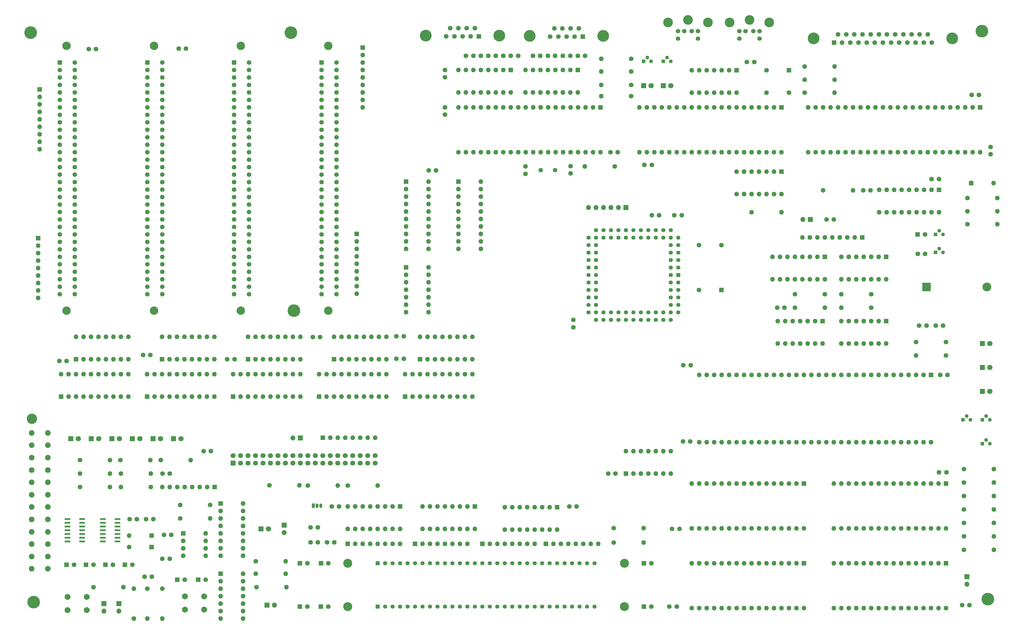
<source format=gts>
G04 #@! TF.GenerationSoftware,KiCad,Pcbnew,(5.1.10)-1*
G04 #@! TF.CreationDate,2021-09-08T15:57:07+01:00*
G04 #@! TF.ProjectId,yddraig,79646472-6169-4672-9e6b-696361645f70,rev?*
G04 #@! TF.SameCoordinates,Original*
G04 #@! TF.FileFunction,Soldermask,Top*
G04 #@! TF.FilePolarity,Negative*
%FSLAX46Y46*%
G04 Gerber Fmt 4.6, Leading zero omitted, Abs format (unit mm)*
G04 Created by KiCad (PCBNEW (5.1.10)-1) date 2021-09-08 15:57:07*
%MOMM*%
%LPD*%
G01*
G04 APERTURE LIST*
%ADD10O,1.600000X1.600000*%
%ADD11C,1.600000*%
%ADD12R,1.050000X1.500000*%
%ADD13O,1.050000X1.500000*%
%ADD14C,2.000000*%
%ADD15R,1.600000X1.600000*%
%ADD16C,3.048000*%
%ADD17C,1.397000*%
%ADD18R,1.397000X1.397000*%
%ADD19C,4.300000*%
%ADD20R,3.000000X3.000000*%
%ADD21C,3.000000*%
%ADD22C,1.422400*%
%ADD23R,1.422400X1.422400*%
%ADD24C,2.850000*%
%ADD25C,1.550000*%
%ADD26C,1.500000*%
%ADD27R,1.300000X1.300000*%
%ADD28C,1.300000*%
%ADD29C,1.700000*%
%ADD30O,1.700000X1.700000*%
%ADD31R,1.700000X1.700000*%
%ADD32C,4.000000*%
%ADD33C,3.300000*%
%ADD34C,1.524000*%
%ADD35C,3.505200*%
%ADD36C,1.905000*%
%ADD37C,1.800000*%
%ADD38R,1.800000X1.800000*%
G04 APERTURE END LIST*
D10*
X156760000Y-205700000D03*
D11*
X146600000Y-205700000D03*
D12*
X161560000Y-212600000D03*
D13*
X164100000Y-212600000D03*
X162830000Y-212600000D03*
D14*
X124460000Y-243404000D03*
X124460000Y-247904000D03*
X117960000Y-243404000D03*
X117960000Y-247904000D03*
X84582000Y-243586000D03*
X84582000Y-248086000D03*
X78082000Y-243586000D03*
X78082000Y-248086000D03*
D11*
X112736000Y-230632000D03*
X110236000Y-230632000D03*
D10*
X387985000Y-92456000D03*
X329565000Y-77216000D03*
X385445000Y-92456000D03*
X332105000Y-77216000D03*
X382905000Y-92456000D03*
X334645000Y-77216000D03*
X380365000Y-92456000D03*
X337185000Y-77216000D03*
X377825000Y-92456000D03*
X339725000Y-77216000D03*
X375285000Y-92456000D03*
X342265000Y-77216000D03*
X372745000Y-92456000D03*
X344805000Y-77216000D03*
X370205000Y-92456000D03*
X347345000Y-77216000D03*
X367665000Y-92456000D03*
X349885000Y-77216000D03*
X365125000Y-92456000D03*
X352425000Y-77216000D03*
X362585000Y-92456000D03*
X354965000Y-77216000D03*
X360045000Y-92456000D03*
X357505000Y-77216000D03*
X357505000Y-92456000D03*
X360045000Y-77216000D03*
X354965000Y-92456000D03*
X362585000Y-77216000D03*
X352425000Y-92456000D03*
X365125000Y-77216000D03*
X349885000Y-92456000D03*
X367665000Y-77216000D03*
X347345000Y-92456000D03*
X370205000Y-77216000D03*
X344805000Y-92456000D03*
X372745000Y-77216000D03*
X342265000Y-92456000D03*
X375285000Y-77216000D03*
X339725000Y-92456000D03*
X377825000Y-77216000D03*
X337185000Y-92456000D03*
X380365000Y-77216000D03*
X334645000Y-92456000D03*
X382905000Y-77216000D03*
X332105000Y-92456000D03*
X385445000Y-77216000D03*
X329565000Y-92456000D03*
D15*
X387985000Y-77216000D03*
D16*
X173228000Y-232156000D03*
X267208000Y-232156000D03*
D17*
X257048000Y-232156000D03*
X254508000Y-232156000D03*
X251968000Y-232156000D03*
X249428000Y-232156000D03*
X246888000Y-232156000D03*
X244348000Y-232156000D03*
X241808000Y-232156000D03*
X239268000Y-232156000D03*
X236728000Y-232156000D03*
X234188000Y-232156000D03*
X231648000Y-232156000D03*
X229108000Y-232156000D03*
X226568000Y-232156000D03*
X224028000Y-232156000D03*
X221488000Y-232156000D03*
X218948000Y-232156000D03*
X216408000Y-232156000D03*
X213868000Y-232156000D03*
X211328000Y-232156000D03*
X208788000Y-232156000D03*
X206248000Y-232156000D03*
X203708000Y-232156000D03*
X201168000Y-232156000D03*
X198628000Y-232156000D03*
X196088000Y-232156000D03*
X193548000Y-232156000D03*
X191008000Y-232156000D03*
X188468000Y-232156000D03*
X185928000Y-232156000D03*
D18*
X183388000Y-232156000D03*
D11*
X375434000Y-151384000D03*
X372934000Y-151384000D03*
X369784000Y-151384000D03*
X367284000Y-151384000D03*
D10*
X183388000Y-205740000D03*
D11*
X173228000Y-205740000D03*
D10*
X191008000Y-225552000D03*
X188468000Y-225552000D03*
X185928000Y-225552000D03*
X183388000Y-225552000D03*
X180848000Y-225552000D03*
X178308000Y-225552000D03*
X175768000Y-225552000D03*
D15*
X173228000Y-225552000D03*
D10*
X258318000Y-225552000D03*
X255778000Y-225552000D03*
X253238000Y-225552000D03*
X250698000Y-225552000D03*
X248158000Y-225552000D03*
X245618000Y-225552000D03*
X243078000Y-225552000D03*
D15*
X240538000Y-225552000D03*
D10*
X213868000Y-225552000D03*
X211328000Y-225552000D03*
X208788000Y-225552000D03*
X206248000Y-225552000D03*
X203708000Y-225552000D03*
X201168000Y-225552000D03*
X198628000Y-225552000D03*
D15*
X196088000Y-225552000D03*
D10*
X236728000Y-225552000D03*
X234188000Y-225552000D03*
X231648000Y-225552000D03*
X229108000Y-225552000D03*
X226568000Y-225552000D03*
X224028000Y-225552000D03*
X221488000Y-225552000D03*
D15*
X218948000Y-225552000D03*
D10*
X110236000Y-206248000D03*
X112776000Y-206248000D03*
X115316000Y-206248000D03*
X117856000Y-206248000D03*
X120396000Y-206248000D03*
X122936000Y-206248000D03*
X125476000Y-206248000D03*
D15*
X128016000Y-206248000D03*
D10*
X182499000Y-189484000D03*
X179959000Y-189484000D03*
X177419000Y-189484000D03*
X174879000Y-189484000D03*
X172339000Y-189484000D03*
X169799000Y-189484000D03*
X167259000Y-189484000D03*
D15*
X164719000Y-189484000D03*
D11*
X246293000Y-59690000D03*
X248793000Y-59690000D03*
D19*
X153924000Y-51816000D03*
X154940000Y-146304000D03*
X388620000Y-51308000D03*
X390652000Y-244348000D03*
X66548000Y-245364000D03*
X65532000Y-51816000D03*
D10*
X356108000Y-157480000D03*
X340868000Y-149860000D03*
X353568000Y-157480000D03*
X343408000Y-149860000D03*
X351028000Y-157480000D03*
X345948000Y-149860000D03*
X348488000Y-157480000D03*
X348488000Y-149860000D03*
X345948000Y-157480000D03*
X351028000Y-149860000D03*
X343408000Y-157480000D03*
X353568000Y-149860000D03*
X340868000Y-157480000D03*
D15*
X356108000Y-149860000D03*
D10*
X334518000Y-157480000D03*
X319278000Y-149860000D03*
X331978000Y-157480000D03*
X321818000Y-149860000D03*
X329438000Y-157480000D03*
X324358000Y-149860000D03*
X326898000Y-157480000D03*
X326898000Y-149860000D03*
X324358000Y-157480000D03*
X329438000Y-149860000D03*
X321818000Y-157480000D03*
X331978000Y-149860000D03*
X319278000Y-157480000D03*
D15*
X334518000Y-149860000D03*
D10*
X320548000Y-106680000D03*
X305308000Y-99060000D03*
X318008000Y-106680000D03*
X307848000Y-99060000D03*
X315468000Y-106680000D03*
X310388000Y-99060000D03*
X312928000Y-106680000D03*
X312928000Y-99060000D03*
X310388000Y-106680000D03*
X315468000Y-99060000D03*
X307848000Y-106680000D03*
X318008000Y-99060000D03*
X305308000Y-106680000D03*
D15*
X320548000Y-99060000D03*
D10*
X169799000Y-205740000D03*
D11*
X159639000Y-205740000D03*
D20*
X369781000Y-138303000D03*
D21*
X390271000Y-138303000D03*
D10*
X273685000Y-225171000D03*
D11*
X263525000Y-225171000D03*
D22*
X280416000Y-149479000D03*
X277876000Y-149479000D03*
X275336000Y-149479000D03*
X272796000Y-149479000D03*
X270256000Y-149479000D03*
X267716000Y-149479000D03*
X265176000Y-149479000D03*
X262636000Y-149479000D03*
X260096000Y-149479000D03*
X257556000Y-149479000D03*
X280416000Y-146939000D03*
X277876000Y-146939000D03*
X275336000Y-146939000D03*
X272796000Y-146939000D03*
X270256000Y-146939000D03*
X267716000Y-146939000D03*
X265176000Y-146939000D03*
X262636000Y-146939000D03*
X260096000Y-146939000D03*
X257556000Y-146939000D03*
X255016000Y-146939000D03*
X255016000Y-144399000D03*
X255016000Y-141859000D03*
X255016000Y-139319000D03*
X255016000Y-136779000D03*
X255016000Y-134239000D03*
X255016000Y-131699000D03*
X255016000Y-129159000D03*
X255016000Y-126619000D03*
X255016000Y-124079000D03*
X255016000Y-121539000D03*
X257556000Y-144399000D03*
X257556000Y-141859000D03*
X257556000Y-139319000D03*
X257556000Y-136779000D03*
X257556000Y-134239000D03*
X257556000Y-131699000D03*
X257556000Y-129159000D03*
X257556000Y-126619000D03*
X257556000Y-124079000D03*
X257556000Y-121539000D03*
X257556000Y-118999000D03*
X260096000Y-118999000D03*
X262636000Y-118999000D03*
X265176000Y-118999000D03*
X267716000Y-118999000D03*
X270256000Y-118999000D03*
X272796000Y-118999000D03*
X275336000Y-118999000D03*
X277876000Y-118999000D03*
X280416000Y-118999000D03*
X282956000Y-118999000D03*
X260096000Y-121539000D03*
X262636000Y-121539000D03*
X265176000Y-121539000D03*
X267716000Y-121539000D03*
X270256000Y-121539000D03*
X272796000Y-121539000D03*
X275336000Y-121539000D03*
X277876000Y-121539000D03*
X280416000Y-121539000D03*
X282956000Y-121539000D03*
X285496000Y-146939000D03*
X285496000Y-144399000D03*
X285496000Y-141859000D03*
X285496000Y-139319000D03*
X285496000Y-136779000D03*
X285496000Y-121539000D03*
X285496000Y-124079000D03*
X285496000Y-126619000D03*
X285496000Y-129159000D03*
X285496000Y-131699000D03*
D23*
X285496000Y-134239000D03*
D22*
X282956000Y-149479000D03*
X282956000Y-146939000D03*
X282956000Y-144399000D03*
X282956000Y-141859000D03*
X282956000Y-139319000D03*
X282956000Y-136779000D03*
X282956000Y-124079000D03*
X282956000Y-126619000D03*
X282956000Y-129159000D03*
X282956000Y-131699000D03*
X282956000Y-134239000D03*
D10*
X320548000Y-92456000D03*
X272288000Y-77216000D03*
X318008000Y-92456000D03*
X274828000Y-77216000D03*
X315468000Y-92456000D03*
X277368000Y-77216000D03*
X312928000Y-92456000D03*
X279908000Y-77216000D03*
X310388000Y-92456000D03*
X282448000Y-77216000D03*
X307848000Y-92456000D03*
X284988000Y-77216000D03*
X305308000Y-92456000D03*
X287528000Y-77216000D03*
X302768000Y-92456000D03*
X290068000Y-77216000D03*
X300228000Y-92456000D03*
X292608000Y-77216000D03*
X297688000Y-92456000D03*
X295148000Y-77216000D03*
X295148000Y-92456000D03*
X297688000Y-77216000D03*
X292608000Y-92456000D03*
X300228000Y-77216000D03*
X290068000Y-92456000D03*
X302768000Y-77216000D03*
X287528000Y-92456000D03*
X305308000Y-77216000D03*
X284988000Y-92456000D03*
X307848000Y-77216000D03*
X282448000Y-92456000D03*
X310388000Y-77216000D03*
X279908000Y-92456000D03*
X312928000Y-77216000D03*
X277368000Y-92456000D03*
X315468000Y-77216000D03*
X274828000Y-92456000D03*
X318008000Y-77216000D03*
X272288000Y-92456000D03*
D15*
X320548000Y-77216000D03*
D24*
X166578000Y-146346000D03*
X166578000Y-56346000D03*
D25*
X169418000Y-140716000D03*
X169418000Y-138176000D03*
X169418000Y-135636000D03*
X169418000Y-133096000D03*
X169418000Y-130556000D03*
X169418000Y-128016000D03*
X169418000Y-125476000D03*
X169418000Y-122936000D03*
X169418000Y-120396000D03*
X169418000Y-117856000D03*
X169418000Y-115316000D03*
X169418000Y-112776000D03*
X169418000Y-110236000D03*
X169418000Y-107696000D03*
X169418000Y-105156000D03*
X169418000Y-102616000D03*
X169418000Y-100076000D03*
X169418000Y-97536000D03*
X169418000Y-94996000D03*
X169418000Y-92456000D03*
X169418000Y-89916000D03*
X169418000Y-87376000D03*
X169418000Y-84836000D03*
X169418000Y-82296000D03*
X169418000Y-79756000D03*
X169418000Y-77216000D03*
X169418000Y-74676000D03*
X169418000Y-72136000D03*
X169418000Y-69596000D03*
X169418000Y-67056000D03*
X169418000Y-64516000D03*
X169418000Y-61976000D03*
X164338000Y-140716000D03*
X164338000Y-138176000D03*
X164338000Y-135636000D03*
X164338000Y-133096000D03*
X164338000Y-130556000D03*
X164338000Y-128016000D03*
X164338000Y-125476000D03*
X164338000Y-122936000D03*
X164338000Y-120396000D03*
X164338000Y-117856000D03*
X164338000Y-115316000D03*
X164338000Y-112776000D03*
X164338000Y-110236000D03*
X164338000Y-107696000D03*
X164338000Y-105156000D03*
X164338000Y-102616000D03*
X164338000Y-100076000D03*
X164338000Y-97536000D03*
X164338000Y-94996000D03*
X164338000Y-92456000D03*
X164338000Y-89916000D03*
X164338000Y-87376000D03*
X164338000Y-84836000D03*
X164338000Y-82296000D03*
X164338000Y-79756000D03*
X164338000Y-77216000D03*
X164338000Y-74676000D03*
X164338000Y-72136000D03*
X164338000Y-69596000D03*
X164338000Y-67056000D03*
X164338000Y-64516000D03*
G36*
G01*
X163563000Y-62501002D02*
X163563000Y-61450998D01*
G75*
G02*
X163812998Y-61201000I249998J0D01*
G01*
X164863002Y-61201000D01*
G75*
G02*
X165113000Y-61450998I0J-249998D01*
G01*
X165113000Y-62501002D01*
G75*
G02*
X164863002Y-62751000I-249998J0D01*
G01*
X163812998Y-62751000D01*
G75*
G02*
X163563000Y-62501002I0J249998D01*
G01*
G37*
D10*
X328168000Y-247396000D03*
X290068000Y-232156000D03*
X325628000Y-247396000D03*
X292608000Y-232156000D03*
X323088000Y-247396000D03*
X295148000Y-232156000D03*
X320548000Y-247396000D03*
X297688000Y-232156000D03*
X318008000Y-247396000D03*
X300228000Y-232156000D03*
X315468000Y-247396000D03*
X302768000Y-232156000D03*
X312928000Y-247396000D03*
X305308000Y-232156000D03*
X310388000Y-247396000D03*
X307848000Y-232156000D03*
X307848000Y-247396000D03*
X310388000Y-232156000D03*
X305308000Y-247396000D03*
X312928000Y-232156000D03*
X302768000Y-247396000D03*
X315468000Y-232156000D03*
X300228000Y-247396000D03*
X318008000Y-232156000D03*
X297688000Y-247396000D03*
X320548000Y-232156000D03*
X295148000Y-247396000D03*
X323088000Y-232156000D03*
X292608000Y-247396000D03*
X325628000Y-232156000D03*
X290068000Y-247396000D03*
D15*
X328168000Y-232156000D03*
G36*
G01*
X133845000Y-62501002D02*
X133845000Y-61450998D01*
G75*
G02*
X134094998Y-61201000I249998J0D01*
G01*
X135145002Y-61201000D01*
G75*
G02*
X135395000Y-61450998I0J-249998D01*
G01*
X135395000Y-62501002D01*
G75*
G02*
X135145002Y-62751000I-249998J0D01*
G01*
X134094998Y-62751000D01*
G75*
G02*
X133845000Y-62501002I0J249998D01*
G01*
G37*
D25*
X134620000Y-64516000D03*
X134620000Y-67056000D03*
X134620000Y-69596000D03*
X134620000Y-72136000D03*
X134620000Y-74676000D03*
X134620000Y-77216000D03*
X134620000Y-79756000D03*
X134620000Y-82296000D03*
X134620000Y-84836000D03*
X134620000Y-87376000D03*
X134620000Y-89916000D03*
X134620000Y-92456000D03*
X134620000Y-94996000D03*
X134620000Y-97536000D03*
X134620000Y-100076000D03*
X134620000Y-102616000D03*
X134620000Y-105156000D03*
X134620000Y-107696000D03*
X134620000Y-110236000D03*
X134620000Y-112776000D03*
X134620000Y-115316000D03*
X134620000Y-117856000D03*
X134620000Y-120396000D03*
X134620000Y-122936000D03*
X134620000Y-125476000D03*
X134620000Y-128016000D03*
X134620000Y-130556000D03*
X134620000Y-133096000D03*
X134620000Y-135636000D03*
X134620000Y-138176000D03*
X134620000Y-140716000D03*
X139700000Y-61976000D03*
X139700000Y-64516000D03*
X139700000Y-67056000D03*
X139700000Y-69596000D03*
X139700000Y-72136000D03*
X139700000Y-74676000D03*
X139700000Y-77216000D03*
X139700000Y-79756000D03*
X139700000Y-82296000D03*
X139700000Y-84836000D03*
X139700000Y-87376000D03*
X139700000Y-89916000D03*
X139700000Y-92456000D03*
X139700000Y-94996000D03*
X139700000Y-97536000D03*
X139700000Y-100076000D03*
X139700000Y-102616000D03*
X139700000Y-105156000D03*
X139700000Y-107696000D03*
X139700000Y-110236000D03*
X139700000Y-112776000D03*
X139700000Y-115316000D03*
X139700000Y-117856000D03*
X139700000Y-120396000D03*
X139700000Y-122936000D03*
X139700000Y-125476000D03*
X139700000Y-128016000D03*
X139700000Y-130556000D03*
X139700000Y-133096000D03*
X139700000Y-135636000D03*
X139700000Y-138176000D03*
X139700000Y-140716000D03*
D24*
X136860000Y-56346000D03*
X136860000Y-146346000D03*
X107396000Y-146346000D03*
X107396000Y-56346000D03*
D25*
X110236000Y-140716000D03*
X110236000Y-138176000D03*
X110236000Y-135636000D03*
X110236000Y-133096000D03*
X110236000Y-130556000D03*
X110236000Y-128016000D03*
X110236000Y-125476000D03*
X110236000Y-122936000D03*
X110236000Y-120396000D03*
X110236000Y-117856000D03*
X110236000Y-115316000D03*
X110236000Y-112776000D03*
X110236000Y-110236000D03*
X110236000Y-107696000D03*
X110236000Y-105156000D03*
X110236000Y-102616000D03*
X110236000Y-100076000D03*
X110236000Y-97536000D03*
X110236000Y-94996000D03*
X110236000Y-92456000D03*
X110236000Y-89916000D03*
X110236000Y-87376000D03*
X110236000Y-84836000D03*
X110236000Y-82296000D03*
X110236000Y-79756000D03*
X110236000Y-77216000D03*
X110236000Y-74676000D03*
X110236000Y-72136000D03*
X110236000Y-69596000D03*
X110236000Y-67056000D03*
X110236000Y-64516000D03*
X110236000Y-61976000D03*
X105156000Y-140716000D03*
X105156000Y-138176000D03*
X105156000Y-135636000D03*
X105156000Y-133096000D03*
X105156000Y-130556000D03*
X105156000Y-128016000D03*
X105156000Y-125476000D03*
X105156000Y-122936000D03*
X105156000Y-120396000D03*
X105156000Y-117856000D03*
X105156000Y-115316000D03*
X105156000Y-112776000D03*
X105156000Y-110236000D03*
X105156000Y-107696000D03*
X105156000Y-105156000D03*
X105156000Y-102616000D03*
X105156000Y-100076000D03*
X105156000Y-97536000D03*
X105156000Y-94996000D03*
X105156000Y-92456000D03*
X105156000Y-89916000D03*
X105156000Y-87376000D03*
X105156000Y-84836000D03*
X105156000Y-82296000D03*
X105156000Y-79756000D03*
X105156000Y-77216000D03*
X105156000Y-74676000D03*
X105156000Y-72136000D03*
X105156000Y-69596000D03*
X105156000Y-67056000D03*
X105156000Y-64516000D03*
G36*
G01*
X104381000Y-62501002D02*
X104381000Y-61450998D01*
G75*
G02*
X104630998Y-61201000I249998J0D01*
G01*
X105681002Y-61201000D01*
G75*
G02*
X105931000Y-61450998I0J-249998D01*
G01*
X105931000Y-62501002D01*
G75*
G02*
X105681002Y-62751000I-249998J0D01*
G01*
X104630998Y-62751000D01*
G75*
G02*
X104381000Y-62501002I0J249998D01*
G01*
G37*
D10*
X376428000Y-220345000D03*
X338328000Y-205105000D03*
X373888000Y-220345000D03*
X340868000Y-205105000D03*
X371348000Y-220345000D03*
X343408000Y-205105000D03*
X368808000Y-220345000D03*
X345948000Y-205105000D03*
X366268000Y-220345000D03*
X348488000Y-205105000D03*
X363728000Y-220345000D03*
X351028000Y-205105000D03*
X361188000Y-220345000D03*
X353568000Y-205105000D03*
X358648000Y-220345000D03*
X356108000Y-205105000D03*
X356108000Y-220345000D03*
X358648000Y-205105000D03*
X353568000Y-220345000D03*
X361188000Y-205105000D03*
X351028000Y-220345000D03*
X363728000Y-205105000D03*
X348488000Y-220345000D03*
X366268000Y-205105000D03*
X345948000Y-220345000D03*
X368808000Y-205105000D03*
X343408000Y-220345000D03*
X371348000Y-205105000D03*
X340868000Y-220345000D03*
X373888000Y-205105000D03*
X338328000Y-220345000D03*
D15*
X376428000Y-205105000D03*
D10*
X200660000Y-131572000D03*
X193040000Y-146812000D03*
X200660000Y-134112000D03*
X193040000Y-144272000D03*
X200660000Y-136652000D03*
X193040000Y-141732000D03*
X200660000Y-139192000D03*
X193040000Y-139192000D03*
X200660000Y-141732000D03*
X193040000Y-136652000D03*
X200660000Y-144272000D03*
X193040000Y-134112000D03*
X200660000Y-146812000D03*
D15*
X193040000Y-131572000D03*
G36*
G01*
X94018000Y-217320000D02*
X94018000Y-217020000D01*
G75*
G02*
X94168000Y-216870000I150000J0D01*
G01*
X95818000Y-216870000D01*
G75*
G02*
X95968000Y-217020000I0J-150000D01*
G01*
X95968000Y-217320000D01*
G75*
G02*
X95818000Y-217470000I-150000J0D01*
G01*
X94168000Y-217470000D01*
G75*
G02*
X94018000Y-217320000I0J150000D01*
G01*
G37*
G36*
G01*
X94018000Y-218590000D02*
X94018000Y-218290000D01*
G75*
G02*
X94168000Y-218140000I150000J0D01*
G01*
X95818000Y-218140000D01*
G75*
G02*
X95968000Y-218290000I0J-150000D01*
G01*
X95968000Y-218590000D01*
G75*
G02*
X95818000Y-218740000I-150000J0D01*
G01*
X94168000Y-218740000D01*
G75*
G02*
X94018000Y-218590000I0J150000D01*
G01*
G37*
G36*
G01*
X94018000Y-219860000D02*
X94018000Y-219560000D01*
G75*
G02*
X94168000Y-219410000I150000J0D01*
G01*
X95818000Y-219410000D01*
G75*
G02*
X95968000Y-219560000I0J-150000D01*
G01*
X95968000Y-219860000D01*
G75*
G02*
X95818000Y-220010000I-150000J0D01*
G01*
X94168000Y-220010000D01*
G75*
G02*
X94018000Y-219860000I0J150000D01*
G01*
G37*
G36*
G01*
X94018000Y-221130000D02*
X94018000Y-220830000D01*
G75*
G02*
X94168000Y-220680000I150000J0D01*
G01*
X95818000Y-220680000D01*
G75*
G02*
X95968000Y-220830000I0J-150000D01*
G01*
X95968000Y-221130000D01*
G75*
G02*
X95818000Y-221280000I-150000J0D01*
G01*
X94168000Y-221280000D01*
G75*
G02*
X94018000Y-221130000I0J150000D01*
G01*
G37*
G36*
G01*
X94018000Y-222400000D02*
X94018000Y-222100000D01*
G75*
G02*
X94168000Y-221950000I150000J0D01*
G01*
X95818000Y-221950000D01*
G75*
G02*
X95968000Y-222100000I0J-150000D01*
G01*
X95968000Y-222400000D01*
G75*
G02*
X95818000Y-222550000I-150000J0D01*
G01*
X94168000Y-222550000D01*
G75*
G02*
X94018000Y-222400000I0J150000D01*
G01*
G37*
G36*
G01*
X94018000Y-223670000D02*
X94018000Y-223370000D01*
G75*
G02*
X94168000Y-223220000I150000J0D01*
G01*
X95818000Y-223220000D01*
G75*
G02*
X95968000Y-223370000I0J-150000D01*
G01*
X95968000Y-223670000D01*
G75*
G02*
X95818000Y-223820000I-150000J0D01*
G01*
X94168000Y-223820000D01*
G75*
G02*
X94018000Y-223670000I0J150000D01*
G01*
G37*
G36*
G01*
X94018000Y-224940000D02*
X94018000Y-224640000D01*
G75*
G02*
X94168000Y-224490000I150000J0D01*
G01*
X95818000Y-224490000D01*
G75*
G02*
X95968000Y-224640000I0J-150000D01*
G01*
X95968000Y-224940000D01*
G75*
G02*
X95818000Y-225090000I-150000J0D01*
G01*
X94168000Y-225090000D01*
G75*
G02*
X94018000Y-224940000I0J150000D01*
G01*
G37*
G36*
G01*
X89068000Y-224940000D02*
X89068000Y-224640000D01*
G75*
G02*
X89218000Y-224490000I150000J0D01*
G01*
X90868000Y-224490000D01*
G75*
G02*
X91018000Y-224640000I0J-150000D01*
G01*
X91018000Y-224940000D01*
G75*
G02*
X90868000Y-225090000I-150000J0D01*
G01*
X89218000Y-225090000D01*
G75*
G02*
X89068000Y-224940000I0J150000D01*
G01*
G37*
G36*
G01*
X89068000Y-223670000D02*
X89068000Y-223370000D01*
G75*
G02*
X89218000Y-223220000I150000J0D01*
G01*
X90868000Y-223220000D01*
G75*
G02*
X91018000Y-223370000I0J-150000D01*
G01*
X91018000Y-223670000D01*
G75*
G02*
X90868000Y-223820000I-150000J0D01*
G01*
X89218000Y-223820000D01*
G75*
G02*
X89068000Y-223670000I0J150000D01*
G01*
G37*
G36*
G01*
X89068000Y-222400000D02*
X89068000Y-222100000D01*
G75*
G02*
X89218000Y-221950000I150000J0D01*
G01*
X90868000Y-221950000D01*
G75*
G02*
X91018000Y-222100000I0J-150000D01*
G01*
X91018000Y-222400000D01*
G75*
G02*
X90868000Y-222550000I-150000J0D01*
G01*
X89218000Y-222550000D01*
G75*
G02*
X89068000Y-222400000I0J150000D01*
G01*
G37*
G36*
G01*
X89068000Y-221130000D02*
X89068000Y-220830000D01*
G75*
G02*
X89218000Y-220680000I150000J0D01*
G01*
X90868000Y-220680000D01*
G75*
G02*
X91018000Y-220830000I0J-150000D01*
G01*
X91018000Y-221130000D01*
G75*
G02*
X90868000Y-221280000I-150000J0D01*
G01*
X89218000Y-221280000D01*
G75*
G02*
X89068000Y-221130000I0J150000D01*
G01*
G37*
G36*
G01*
X89068000Y-219860000D02*
X89068000Y-219560000D01*
G75*
G02*
X89218000Y-219410000I150000J0D01*
G01*
X90868000Y-219410000D01*
G75*
G02*
X91018000Y-219560000I0J-150000D01*
G01*
X91018000Y-219860000D01*
G75*
G02*
X90868000Y-220010000I-150000J0D01*
G01*
X89218000Y-220010000D01*
G75*
G02*
X89068000Y-219860000I0J150000D01*
G01*
G37*
G36*
G01*
X89068000Y-218590000D02*
X89068000Y-218290000D01*
G75*
G02*
X89218000Y-218140000I150000J0D01*
G01*
X90868000Y-218140000D01*
G75*
G02*
X91018000Y-218290000I0J-150000D01*
G01*
X91018000Y-218590000D01*
G75*
G02*
X90868000Y-218740000I-150000J0D01*
G01*
X89218000Y-218740000D01*
G75*
G02*
X89068000Y-218590000I0J150000D01*
G01*
G37*
G36*
G01*
X89068000Y-217320000D02*
X89068000Y-217020000D01*
G75*
G02*
X89218000Y-216870000I150000J0D01*
G01*
X90868000Y-216870000D01*
G75*
G02*
X91018000Y-217020000I0J-150000D01*
G01*
X91018000Y-217320000D01*
G75*
G02*
X90868000Y-217470000I-150000J0D01*
G01*
X89218000Y-217470000D01*
G75*
G02*
X89068000Y-217320000I0J150000D01*
G01*
G37*
G36*
G01*
X82018000Y-217320000D02*
X82018000Y-217020000D01*
G75*
G02*
X82168000Y-216870000I150000J0D01*
G01*
X83818000Y-216870000D01*
G75*
G02*
X83968000Y-217020000I0J-150000D01*
G01*
X83968000Y-217320000D01*
G75*
G02*
X83818000Y-217470000I-150000J0D01*
G01*
X82168000Y-217470000D01*
G75*
G02*
X82018000Y-217320000I0J150000D01*
G01*
G37*
G36*
G01*
X82018000Y-218590000D02*
X82018000Y-218290000D01*
G75*
G02*
X82168000Y-218140000I150000J0D01*
G01*
X83818000Y-218140000D01*
G75*
G02*
X83968000Y-218290000I0J-150000D01*
G01*
X83968000Y-218590000D01*
G75*
G02*
X83818000Y-218740000I-150000J0D01*
G01*
X82168000Y-218740000D01*
G75*
G02*
X82018000Y-218590000I0J150000D01*
G01*
G37*
G36*
G01*
X82018000Y-219860000D02*
X82018000Y-219560000D01*
G75*
G02*
X82168000Y-219410000I150000J0D01*
G01*
X83818000Y-219410000D01*
G75*
G02*
X83968000Y-219560000I0J-150000D01*
G01*
X83968000Y-219860000D01*
G75*
G02*
X83818000Y-220010000I-150000J0D01*
G01*
X82168000Y-220010000D01*
G75*
G02*
X82018000Y-219860000I0J150000D01*
G01*
G37*
G36*
G01*
X82018000Y-221130000D02*
X82018000Y-220830000D01*
G75*
G02*
X82168000Y-220680000I150000J0D01*
G01*
X83818000Y-220680000D01*
G75*
G02*
X83968000Y-220830000I0J-150000D01*
G01*
X83968000Y-221130000D01*
G75*
G02*
X83818000Y-221280000I-150000J0D01*
G01*
X82168000Y-221280000D01*
G75*
G02*
X82018000Y-221130000I0J150000D01*
G01*
G37*
G36*
G01*
X82018000Y-222400000D02*
X82018000Y-222100000D01*
G75*
G02*
X82168000Y-221950000I150000J0D01*
G01*
X83818000Y-221950000D01*
G75*
G02*
X83968000Y-222100000I0J-150000D01*
G01*
X83968000Y-222400000D01*
G75*
G02*
X83818000Y-222550000I-150000J0D01*
G01*
X82168000Y-222550000D01*
G75*
G02*
X82018000Y-222400000I0J150000D01*
G01*
G37*
G36*
G01*
X82018000Y-223670000D02*
X82018000Y-223370000D01*
G75*
G02*
X82168000Y-223220000I150000J0D01*
G01*
X83818000Y-223220000D01*
G75*
G02*
X83968000Y-223370000I0J-150000D01*
G01*
X83968000Y-223670000D01*
G75*
G02*
X83818000Y-223820000I-150000J0D01*
G01*
X82168000Y-223820000D01*
G75*
G02*
X82018000Y-223670000I0J150000D01*
G01*
G37*
G36*
G01*
X82018000Y-224940000D02*
X82018000Y-224640000D01*
G75*
G02*
X82168000Y-224490000I150000J0D01*
G01*
X83818000Y-224490000D01*
G75*
G02*
X83968000Y-224640000I0J-150000D01*
G01*
X83968000Y-224940000D01*
G75*
G02*
X83818000Y-225090000I-150000J0D01*
G01*
X82168000Y-225090000D01*
G75*
G02*
X82018000Y-224940000I0J150000D01*
G01*
G37*
G36*
G01*
X77068000Y-224940000D02*
X77068000Y-224640000D01*
G75*
G02*
X77218000Y-224490000I150000J0D01*
G01*
X78868000Y-224490000D01*
G75*
G02*
X79018000Y-224640000I0J-150000D01*
G01*
X79018000Y-224940000D01*
G75*
G02*
X78868000Y-225090000I-150000J0D01*
G01*
X77218000Y-225090000D01*
G75*
G02*
X77068000Y-224940000I0J150000D01*
G01*
G37*
G36*
G01*
X77068000Y-223670000D02*
X77068000Y-223370000D01*
G75*
G02*
X77218000Y-223220000I150000J0D01*
G01*
X78868000Y-223220000D01*
G75*
G02*
X79018000Y-223370000I0J-150000D01*
G01*
X79018000Y-223670000D01*
G75*
G02*
X78868000Y-223820000I-150000J0D01*
G01*
X77218000Y-223820000D01*
G75*
G02*
X77068000Y-223670000I0J150000D01*
G01*
G37*
G36*
G01*
X77068000Y-222400000D02*
X77068000Y-222100000D01*
G75*
G02*
X77218000Y-221950000I150000J0D01*
G01*
X78868000Y-221950000D01*
G75*
G02*
X79018000Y-222100000I0J-150000D01*
G01*
X79018000Y-222400000D01*
G75*
G02*
X78868000Y-222550000I-150000J0D01*
G01*
X77218000Y-222550000D01*
G75*
G02*
X77068000Y-222400000I0J150000D01*
G01*
G37*
G36*
G01*
X77068000Y-221130000D02*
X77068000Y-220830000D01*
G75*
G02*
X77218000Y-220680000I150000J0D01*
G01*
X78868000Y-220680000D01*
G75*
G02*
X79018000Y-220830000I0J-150000D01*
G01*
X79018000Y-221130000D01*
G75*
G02*
X78868000Y-221280000I-150000J0D01*
G01*
X77218000Y-221280000D01*
G75*
G02*
X77068000Y-221130000I0J150000D01*
G01*
G37*
G36*
G01*
X77068000Y-219860000D02*
X77068000Y-219560000D01*
G75*
G02*
X77218000Y-219410000I150000J0D01*
G01*
X78868000Y-219410000D01*
G75*
G02*
X79018000Y-219560000I0J-150000D01*
G01*
X79018000Y-219860000D01*
G75*
G02*
X78868000Y-220010000I-150000J0D01*
G01*
X77218000Y-220010000D01*
G75*
G02*
X77068000Y-219860000I0J150000D01*
G01*
G37*
G36*
G01*
X77068000Y-218590000D02*
X77068000Y-218290000D01*
G75*
G02*
X77218000Y-218140000I150000J0D01*
G01*
X78868000Y-218140000D01*
G75*
G02*
X79018000Y-218290000I0J-150000D01*
G01*
X79018000Y-218590000D01*
G75*
G02*
X78868000Y-218740000I-150000J0D01*
G01*
X77218000Y-218740000D01*
G75*
G02*
X77068000Y-218590000I0J150000D01*
G01*
G37*
G36*
G01*
X77068000Y-217320000D02*
X77068000Y-217020000D01*
G75*
G02*
X77218000Y-216870000I150000J0D01*
G01*
X78868000Y-216870000D01*
G75*
G02*
X79018000Y-217020000I0J-150000D01*
G01*
X79018000Y-217320000D01*
G75*
G02*
X78868000Y-217470000I-150000J0D01*
G01*
X77218000Y-217470000D01*
G75*
G02*
X77068000Y-217320000I0J150000D01*
G01*
G37*
D26*
X238760000Y-98552000D03*
X243660000Y-98552000D03*
D11*
X315468000Y-64643000D03*
X315468000Y-72263000D03*
X323088000Y-72263000D03*
D15*
X323088000Y-64643000D03*
D11*
X300101000Y-124079000D03*
X292481000Y-124079000D03*
X292481000Y-139319000D03*
D15*
X300101000Y-139319000D03*
D10*
X200660000Y-102489000D03*
X193040000Y-125349000D03*
X200660000Y-105029000D03*
X193040000Y-122809000D03*
X200660000Y-107569000D03*
X193040000Y-120269000D03*
X200660000Y-110109000D03*
X193040000Y-117729000D03*
X200660000Y-112649000D03*
X193040000Y-115189000D03*
X200660000Y-115189000D03*
X193040000Y-112649000D03*
X200660000Y-117729000D03*
X193040000Y-110109000D03*
X200660000Y-120269000D03*
X193040000Y-107569000D03*
X200660000Y-122809000D03*
X193040000Y-105029000D03*
X200660000Y-125349000D03*
D15*
X193040000Y-102489000D03*
D10*
X192659000Y-167894000D03*
X215519000Y-175514000D03*
X195199000Y-167894000D03*
X212979000Y-175514000D03*
X197739000Y-167894000D03*
X210439000Y-175514000D03*
X200279000Y-167894000D03*
X207899000Y-175514000D03*
X202819000Y-167894000D03*
X205359000Y-175514000D03*
X205359000Y-167894000D03*
X202819000Y-175514000D03*
X207899000Y-167894000D03*
X200279000Y-175514000D03*
X210439000Y-167894000D03*
X197739000Y-175514000D03*
X212979000Y-167894000D03*
X195199000Y-175514000D03*
X215519000Y-167894000D03*
D15*
X192659000Y-175514000D03*
D10*
X163449000Y-167894000D03*
X186309000Y-175514000D03*
X165989000Y-167894000D03*
X183769000Y-175514000D03*
X168529000Y-167894000D03*
X181229000Y-175514000D03*
X171069000Y-167894000D03*
X178689000Y-175514000D03*
X173609000Y-167894000D03*
X176149000Y-175514000D03*
X176149000Y-167894000D03*
X173609000Y-175514000D03*
X178689000Y-167894000D03*
X171069000Y-175514000D03*
X181229000Y-167894000D03*
X168529000Y-175514000D03*
X183769000Y-167894000D03*
X165989000Y-175514000D03*
X186309000Y-167894000D03*
D15*
X163449000Y-175514000D03*
D10*
X218440000Y-102489000D03*
X210820000Y-125349000D03*
X218440000Y-105029000D03*
X210820000Y-122809000D03*
X218440000Y-107569000D03*
X210820000Y-120269000D03*
X218440000Y-110109000D03*
X210820000Y-117729000D03*
X218440000Y-112649000D03*
X210820000Y-115189000D03*
X218440000Y-115189000D03*
X210820000Y-112649000D03*
X218440000Y-117729000D03*
X210820000Y-110109000D03*
X218440000Y-120269000D03*
X210820000Y-107569000D03*
X218440000Y-122809000D03*
X210820000Y-105029000D03*
X218440000Y-125349000D03*
D15*
X210820000Y-102489000D03*
D10*
X134239000Y-167894000D03*
X157099000Y-175514000D03*
X136779000Y-167894000D03*
X154559000Y-175514000D03*
X139319000Y-167894000D03*
X152019000Y-175514000D03*
X141859000Y-167894000D03*
X149479000Y-175514000D03*
X144399000Y-167894000D03*
X146939000Y-175514000D03*
X146939000Y-167894000D03*
X144399000Y-175514000D03*
X149479000Y-167894000D03*
X141859000Y-175514000D03*
X152019000Y-167894000D03*
X139319000Y-175514000D03*
X154559000Y-167894000D03*
X136779000Y-175514000D03*
X157099000Y-167894000D03*
D15*
X134239000Y-175514000D03*
D10*
X105029000Y-167894000D03*
X127889000Y-175514000D03*
X107569000Y-167894000D03*
X125349000Y-175514000D03*
X110109000Y-167894000D03*
X122809000Y-175514000D03*
X112649000Y-167894000D03*
X120269000Y-175514000D03*
X115189000Y-167894000D03*
X117729000Y-175514000D03*
X117729000Y-167894000D03*
X115189000Y-175514000D03*
X120269000Y-167894000D03*
X112649000Y-175514000D03*
X122809000Y-167894000D03*
X110109000Y-175514000D03*
X125349000Y-167894000D03*
X107569000Y-175514000D03*
X127889000Y-167894000D03*
D15*
X105029000Y-175514000D03*
D10*
X75819000Y-167894000D03*
X98679000Y-175514000D03*
X78359000Y-167894000D03*
X96139000Y-175514000D03*
X80899000Y-167894000D03*
X93599000Y-175514000D03*
X83439000Y-167894000D03*
X91059000Y-175514000D03*
X85979000Y-167894000D03*
X88519000Y-175514000D03*
X88519000Y-167894000D03*
X85979000Y-175514000D03*
X91059000Y-167894000D03*
X83439000Y-175514000D03*
X93599000Y-167894000D03*
X80899000Y-175514000D03*
X96139000Y-167894000D03*
X78359000Y-175514000D03*
X98679000Y-167894000D03*
D15*
X75819000Y-175514000D03*
D10*
X244348000Y-220726000D03*
X226568000Y-213106000D03*
X241808000Y-220726000D03*
X229108000Y-213106000D03*
X239268000Y-220726000D03*
X231648000Y-213106000D03*
X236728000Y-220726000D03*
X234188000Y-213106000D03*
X234188000Y-220726000D03*
X236728000Y-213106000D03*
X231648000Y-220726000D03*
X239268000Y-213106000D03*
X229108000Y-220726000D03*
X241808000Y-213106000D03*
X226568000Y-220726000D03*
D15*
X244348000Y-213106000D03*
D10*
X216408000Y-220472000D03*
X198628000Y-212852000D03*
X213868000Y-220472000D03*
X201168000Y-212852000D03*
X211328000Y-220472000D03*
X203708000Y-212852000D03*
X208788000Y-220472000D03*
X206248000Y-212852000D03*
X206248000Y-220472000D03*
X208788000Y-212852000D03*
X203708000Y-220472000D03*
X211328000Y-212852000D03*
X201168000Y-220472000D03*
X213868000Y-212852000D03*
X198628000Y-220472000D03*
D15*
X216408000Y-212852000D03*
D10*
X191008000Y-220472000D03*
X173228000Y-212852000D03*
X188468000Y-220472000D03*
X175768000Y-212852000D03*
X185928000Y-220472000D03*
X178308000Y-212852000D03*
X183388000Y-220472000D03*
X180848000Y-212852000D03*
X180848000Y-220472000D03*
X183388000Y-212852000D03*
X178308000Y-220472000D03*
X185928000Y-212852000D03*
X175768000Y-220472000D03*
X188468000Y-212852000D03*
X173228000Y-220472000D03*
D15*
X191008000Y-212852000D03*
D10*
X137668000Y-211836000D03*
X130048000Y-229616000D03*
X137668000Y-214376000D03*
X130048000Y-227076000D03*
X137668000Y-216916000D03*
X130048000Y-224536000D03*
X137668000Y-219456000D03*
X130048000Y-221996000D03*
X137668000Y-221996000D03*
X130048000Y-219456000D03*
X137668000Y-224536000D03*
X130048000Y-216916000D03*
X137668000Y-227076000D03*
X130048000Y-214376000D03*
X137668000Y-229616000D03*
D15*
X130048000Y-211836000D03*
X374015000Y-105283000D03*
D10*
X353695000Y-112903000D03*
X371475000Y-105283000D03*
X356235000Y-112903000D03*
X368935000Y-105283000D03*
X358775000Y-112903000D03*
X366395000Y-105283000D03*
X361315000Y-112903000D03*
X363855000Y-105283000D03*
X363855000Y-112903000D03*
X361315000Y-105283000D03*
X366395000Y-112903000D03*
X358775000Y-105283000D03*
X368935000Y-112903000D03*
X356235000Y-105283000D03*
X371475000Y-112903000D03*
X353695000Y-105283000D03*
X374015000Y-112903000D03*
X251333000Y-72136000D03*
X233553000Y-64516000D03*
X248793000Y-72136000D03*
X236093000Y-64516000D03*
X246253000Y-72136000D03*
X238633000Y-64516000D03*
X243713000Y-72136000D03*
X241173000Y-64516000D03*
X241173000Y-72136000D03*
X243713000Y-64516000D03*
X238633000Y-72136000D03*
X246253000Y-64516000D03*
X236093000Y-72136000D03*
X248793000Y-64516000D03*
X233553000Y-72136000D03*
D15*
X251333000Y-64516000D03*
D10*
X228600000Y-72136000D03*
X210820000Y-64516000D03*
X226060000Y-72136000D03*
X213360000Y-64516000D03*
X223520000Y-72136000D03*
X215900000Y-64516000D03*
X220980000Y-72136000D03*
X218440000Y-64516000D03*
X218440000Y-72136000D03*
X220980000Y-64516000D03*
X215900000Y-72136000D03*
X223520000Y-64516000D03*
X213360000Y-72136000D03*
X226060000Y-64516000D03*
X210820000Y-72136000D03*
D15*
X228600000Y-64516000D03*
D10*
X305308000Y-72263000D03*
X290068000Y-64643000D03*
X302768000Y-72263000D03*
X292608000Y-64643000D03*
X300228000Y-72263000D03*
X295148000Y-64643000D03*
X297688000Y-72263000D03*
X297688000Y-64643000D03*
X295148000Y-72263000D03*
X300228000Y-64643000D03*
X292608000Y-72263000D03*
X302768000Y-64643000D03*
X290068000Y-72263000D03*
D15*
X305308000Y-64643000D03*
D10*
X259080000Y-92456000D03*
X210820000Y-77216000D03*
X256540000Y-92456000D03*
X213360000Y-77216000D03*
X254000000Y-92456000D03*
X215900000Y-77216000D03*
X251460000Y-92456000D03*
X218440000Y-77216000D03*
X248920000Y-92456000D03*
X220980000Y-77216000D03*
X246380000Y-92456000D03*
X223520000Y-77216000D03*
X243840000Y-92456000D03*
X226060000Y-77216000D03*
X241300000Y-92456000D03*
X228600000Y-77216000D03*
X238760000Y-92456000D03*
X231140000Y-77216000D03*
X236220000Y-92456000D03*
X233680000Y-77216000D03*
X233680000Y-92456000D03*
X236220000Y-77216000D03*
X231140000Y-92456000D03*
X238760000Y-77216000D03*
X228600000Y-92456000D03*
X241300000Y-77216000D03*
X226060000Y-92456000D03*
X243840000Y-77216000D03*
X223520000Y-92456000D03*
X246380000Y-77216000D03*
X220980000Y-92456000D03*
X248920000Y-77216000D03*
X218440000Y-92456000D03*
X251460000Y-77216000D03*
X215900000Y-92456000D03*
X254000000Y-77216000D03*
X213360000Y-92456000D03*
X256540000Y-77216000D03*
X210820000Y-92456000D03*
D15*
X259080000Y-77216000D03*
D10*
X335280000Y-135636000D03*
X317500000Y-128016000D03*
X332740000Y-135636000D03*
X320040000Y-128016000D03*
X330200000Y-135636000D03*
X322580000Y-128016000D03*
X327660000Y-135636000D03*
X325120000Y-128016000D03*
X325120000Y-135636000D03*
X327660000Y-128016000D03*
X322580000Y-135636000D03*
X330200000Y-128016000D03*
X320040000Y-135636000D03*
X332740000Y-128016000D03*
X317500000Y-135636000D03*
D15*
X335280000Y-128016000D03*
D10*
X356108000Y-135636000D03*
X340868000Y-128016000D03*
X353568000Y-135636000D03*
X343408000Y-128016000D03*
X351028000Y-135636000D03*
X345948000Y-128016000D03*
X348488000Y-135636000D03*
X348488000Y-128016000D03*
X345948000Y-135636000D03*
X351028000Y-128016000D03*
X343408000Y-135636000D03*
X353568000Y-128016000D03*
X340868000Y-135636000D03*
D15*
X356108000Y-128016000D03*
D10*
X328168000Y-220345000D03*
X290068000Y-205105000D03*
X325628000Y-220345000D03*
X292608000Y-205105000D03*
X323088000Y-220345000D03*
X295148000Y-205105000D03*
X320548000Y-220345000D03*
X297688000Y-205105000D03*
X318008000Y-220345000D03*
X300228000Y-205105000D03*
X315468000Y-220345000D03*
X302768000Y-205105000D03*
X312928000Y-220345000D03*
X305308000Y-205105000D03*
X310388000Y-220345000D03*
X307848000Y-205105000D03*
X307848000Y-220345000D03*
X310388000Y-205105000D03*
X305308000Y-220345000D03*
X312928000Y-205105000D03*
X302768000Y-220345000D03*
X315468000Y-205105000D03*
X300228000Y-220345000D03*
X318008000Y-205105000D03*
X297688000Y-220345000D03*
X320548000Y-205105000D03*
X295148000Y-220345000D03*
X323088000Y-205105000D03*
X292608000Y-220345000D03*
X325628000Y-205105000D03*
X290068000Y-220345000D03*
D15*
X328168000Y-205105000D03*
D10*
X376428000Y-247396000D03*
X338328000Y-232156000D03*
X373888000Y-247396000D03*
X340868000Y-232156000D03*
X371348000Y-247396000D03*
X343408000Y-232156000D03*
X368808000Y-247396000D03*
X345948000Y-232156000D03*
X366268000Y-247396000D03*
X348488000Y-232156000D03*
X363728000Y-247396000D03*
X351028000Y-232156000D03*
X361188000Y-247396000D03*
X353568000Y-232156000D03*
X358648000Y-247396000D03*
X356108000Y-232156000D03*
X356108000Y-247396000D03*
X358648000Y-232156000D03*
X353568000Y-247396000D03*
X361188000Y-232156000D03*
X351028000Y-247396000D03*
X363728000Y-232156000D03*
X348488000Y-247396000D03*
X366268000Y-232156000D03*
X345948000Y-247396000D03*
X368808000Y-232156000D03*
X343408000Y-247396000D03*
X371348000Y-232156000D03*
X340868000Y-247396000D03*
X373888000Y-232156000D03*
X338328000Y-247396000D03*
D15*
X376428000Y-232156000D03*
D10*
X267716000Y-194056000D03*
X282956000Y-201676000D03*
X270256000Y-194056000D03*
X280416000Y-201676000D03*
X272796000Y-194056000D03*
X277876000Y-201676000D03*
X275336000Y-194056000D03*
X275336000Y-201676000D03*
X277876000Y-194056000D03*
X272796000Y-201676000D03*
X280416000Y-194056000D03*
X270256000Y-201676000D03*
X282956000Y-194056000D03*
D15*
X267716000Y-201676000D03*
D10*
X371348000Y-191008000D03*
X292608000Y-168148000D03*
X368808000Y-191008000D03*
X295148000Y-168148000D03*
X366268000Y-191008000D03*
X297688000Y-168148000D03*
X363728000Y-191008000D03*
X300228000Y-168148000D03*
X361188000Y-191008000D03*
X302768000Y-168148000D03*
X358648000Y-191008000D03*
X305308000Y-168148000D03*
X356108000Y-191008000D03*
X307848000Y-168148000D03*
X353568000Y-191008000D03*
X310388000Y-168148000D03*
X351028000Y-191008000D03*
X312928000Y-168148000D03*
X348488000Y-191008000D03*
X315468000Y-168148000D03*
X345948000Y-191008000D03*
X318008000Y-168148000D03*
X343408000Y-191008000D03*
X320548000Y-168148000D03*
X340868000Y-191008000D03*
X323088000Y-168148000D03*
X338328000Y-191008000D03*
X325628000Y-168148000D03*
X335788000Y-191008000D03*
X328168000Y-168148000D03*
X333248000Y-191008000D03*
X330708000Y-168148000D03*
X330708000Y-191008000D03*
X333248000Y-168148000D03*
X328168000Y-191008000D03*
X335788000Y-168148000D03*
X325628000Y-191008000D03*
X338328000Y-168148000D03*
X323088000Y-191008000D03*
X340868000Y-168148000D03*
X320548000Y-191008000D03*
X343408000Y-168148000D03*
X318008000Y-191008000D03*
X345948000Y-168148000D03*
X315468000Y-191008000D03*
X348488000Y-168148000D03*
X312928000Y-191008000D03*
X351028000Y-168148000D03*
X310388000Y-191008000D03*
X353568000Y-168148000D03*
X307848000Y-191008000D03*
X356108000Y-168148000D03*
X305308000Y-191008000D03*
X358648000Y-168148000D03*
X302768000Y-191008000D03*
X361188000Y-168148000D03*
X300228000Y-191008000D03*
X363728000Y-168148000D03*
X297688000Y-191008000D03*
X366268000Y-168148000D03*
X295148000Y-191008000D03*
X368808000Y-168148000D03*
X292608000Y-191008000D03*
D15*
X371348000Y-168148000D03*
D10*
X124968000Y-221996000D03*
X117348000Y-229616000D03*
X124968000Y-224536000D03*
X117348000Y-227076000D03*
X124968000Y-227076000D03*
X117348000Y-224536000D03*
X124968000Y-229616000D03*
D15*
X117348000Y-221996000D03*
D10*
X137668000Y-235712000D03*
X130048000Y-250952000D03*
X137668000Y-238252000D03*
X130048000Y-248412000D03*
X137668000Y-240792000D03*
X130048000Y-245872000D03*
X137668000Y-243332000D03*
X130048000Y-243332000D03*
X137668000Y-245872000D03*
X130048000Y-240792000D03*
X137668000Y-248412000D03*
X130048000Y-238252000D03*
X137668000Y-250952000D03*
D15*
X130048000Y-235712000D03*
D10*
X68580000Y-91440000D03*
X68580000Y-88900000D03*
X68580000Y-86360000D03*
X68580000Y-83820000D03*
X68580000Y-81280000D03*
X68580000Y-78740000D03*
X68580000Y-76200000D03*
X68580000Y-73660000D03*
D15*
X68580000Y-71120000D03*
D10*
X178308000Y-77216000D03*
X178308000Y-74676000D03*
X178308000Y-72136000D03*
X178308000Y-69596000D03*
X178308000Y-67056000D03*
X178308000Y-64516000D03*
X178308000Y-61976000D03*
X178308000Y-59436000D03*
D15*
X178308000Y-56896000D03*
D10*
X197739000Y-155194000D03*
X215519000Y-162814000D03*
X200279000Y-155194000D03*
X212979000Y-162814000D03*
X202819000Y-155194000D03*
X210439000Y-162814000D03*
X205359000Y-155194000D03*
X207899000Y-162814000D03*
X207899000Y-155194000D03*
X205359000Y-162814000D03*
X210439000Y-155194000D03*
X202819000Y-162814000D03*
X212979000Y-155194000D03*
X200279000Y-162814000D03*
X215519000Y-155194000D03*
D15*
X197739000Y-162814000D03*
D10*
X168529000Y-155194000D03*
X186309000Y-162814000D03*
X171069000Y-155194000D03*
X183769000Y-162814000D03*
X173609000Y-155194000D03*
X181229000Y-162814000D03*
X176149000Y-155194000D03*
X178689000Y-162814000D03*
X178689000Y-155194000D03*
X176149000Y-162814000D03*
X181229000Y-155194000D03*
X173609000Y-162814000D03*
X183769000Y-155194000D03*
X171069000Y-162814000D03*
X186309000Y-155194000D03*
D15*
X168529000Y-162814000D03*
D10*
X139319000Y-155194000D03*
X157099000Y-162814000D03*
X141859000Y-155194000D03*
X154559000Y-162814000D03*
X144399000Y-155194000D03*
X152019000Y-162814000D03*
X146939000Y-155194000D03*
X149479000Y-162814000D03*
X149479000Y-155194000D03*
X146939000Y-162814000D03*
X152019000Y-155194000D03*
X144399000Y-162814000D03*
X154559000Y-155194000D03*
X141859000Y-162814000D03*
X157099000Y-155194000D03*
D15*
X139319000Y-162814000D03*
D10*
X110109000Y-155194000D03*
X127889000Y-162814000D03*
X112649000Y-155194000D03*
X125349000Y-162814000D03*
X115189000Y-155194000D03*
X122809000Y-162814000D03*
X117729000Y-155194000D03*
X120269000Y-162814000D03*
X120269000Y-155194000D03*
X117729000Y-162814000D03*
X122809000Y-155194000D03*
X115189000Y-162814000D03*
X125349000Y-155194000D03*
X112649000Y-162814000D03*
X127889000Y-155194000D03*
D15*
X110109000Y-162814000D03*
D10*
X80899000Y-155194000D03*
X98679000Y-162814000D03*
X83439000Y-155194000D03*
X96139000Y-162814000D03*
X85979000Y-155194000D03*
X93599000Y-162814000D03*
X88519000Y-155194000D03*
X91059000Y-162814000D03*
X91059000Y-155194000D03*
X88519000Y-162814000D03*
X93599000Y-155194000D03*
X85979000Y-162814000D03*
X96139000Y-155194000D03*
X83439000Y-162814000D03*
X98679000Y-155194000D03*
D15*
X80899000Y-162814000D03*
D10*
X176276000Y-140589000D03*
X176276000Y-138049000D03*
X176276000Y-135509000D03*
X176276000Y-132969000D03*
X176276000Y-130429000D03*
X176276000Y-127889000D03*
X176276000Y-125349000D03*
X176276000Y-122809000D03*
D15*
X176276000Y-120269000D03*
D10*
X68072000Y-141986000D03*
X68072000Y-139446000D03*
X68072000Y-136906000D03*
X68072000Y-134366000D03*
X68072000Y-131826000D03*
X68072000Y-129286000D03*
X68072000Y-126746000D03*
X68072000Y-124206000D03*
D15*
X68072000Y-121666000D03*
D10*
X327660000Y-121412000D03*
X330200000Y-121412000D03*
X332740000Y-121412000D03*
X335280000Y-121412000D03*
X337820000Y-121412000D03*
X340360000Y-121412000D03*
X342900000Y-121412000D03*
X345440000Y-121412000D03*
D15*
X347980000Y-121412000D03*
D10*
X273685000Y-220218000D03*
D11*
X263525000Y-220218000D03*
D10*
X152400000Y-240284000D03*
D11*
X142240000Y-240284000D03*
D10*
X152146000Y-235712000D03*
D11*
X141986000Y-235712000D03*
D10*
X152146000Y-231521000D03*
D11*
X141986000Y-231521000D03*
D10*
X393827000Y-116967000D03*
D11*
X383667000Y-116967000D03*
D10*
X393827000Y-108077000D03*
D11*
X383667000Y-108077000D03*
D10*
X393827000Y-112522000D03*
D11*
X383667000Y-112522000D03*
D10*
X338582000Y-63373000D03*
D11*
X328422000Y-63373000D03*
D10*
X259334000Y-69596000D03*
D11*
X269494000Y-69596000D03*
D10*
X259334000Y-60706000D03*
D11*
X269494000Y-60706000D03*
D10*
X259334000Y-73406000D03*
D11*
X269494000Y-73406000D03*
D10*
X259334000Y-65024000D03*
D11*
X269494000Y-65024000D03*
D10*
X338582000Y-72263000D03*
D11*
X328422000Y-72263000D03*
D10*
X338582000Y-67818000D03*
D11*
X328422000Y-67818000D03*
D10*
X253746000Y-97282000D03*
D11*
X263906000Y-97282000D03*
D10*
X320548000Y-112903000D03*
D11*
X310388000Y-112903000D03*
D10*
X392684000Y-218440000D03*
D11*
X382524000Y-218440000D03*
D10*
X392684000Y-223012000D03*
D11*
X382524000Y-223012000D03*
D10*
X392684000Y-227584000D03*
D11*
X382524000Y-227584000D03*
D10*
X392684000Y-209296000D03*
D11*
X382524000Y-209296000D03*
D10*
X392684000Y-213868000D03*
D11*
X382524000Y-213868000D03*
D10*
X392684000Y-204724000D03*
D11*
X382524000Y-204724000D03*
D10*
X392684000Y-200152000D03*
D11*
X382524000Y-200152000D03*
D10*
X344805000Y-105410000D03*
D11*
X334645000Y-105410000D03*
D10*
X126492000Y-216916000D03*
D11*
X116332000Y-216916000D03*
D10*
X116332000Y-212344000D03*
D11*
X126492000Y-212344000D03*
D10*
X366268000Y-161544000D03*
D11*
X376428000Y-161544000D03*
D10*
X110236000Y-250952000D03*
D11*
X110236000Y-240792000D03*
D10*
X366268000Y-156972000D03*
D11*
X376428000Y-156972000D03*
D10*
X335280000Y-145288000D03*
D11*
X325120000Y-145288000D03*
D10*
X340868000Y-145288000D03*
D11*
X351028000Y-145288000D03*
D10*
X325120000Y-140716000D03*
D11*
X335280000Y-140716000D03*
D10*
X340868000Y-140716000D03*
D11*
X351028000Y-140716000D03*
D10*
X100584000Y-240792000D03*
D11*
X100584000Y-250952000D03*
D10*
X119888000Y-197104000D03*
D11*
X109728000Y-197104000D03*
D10*
X96139000Y-206248000D03*
D11*
X106299000Y-206248000D03*
D10*
X106299000Y-201676000D03*
D11*
X96139000Y-201676000D03*
D10*
X106172000Y-197104000D03*
D11*
X96012000Y-197104000D03*
D10*
X92456000Y-206248000D03*
D11*
X82296000Y-206248000D03*
D10*
X92456000Y-201676000D03*
D11*
X82296000Y-201676000D03*
D10*
X92456000Y-197104000D03*
D11*
X82296000Y-197104000D03*
D10*
X105156000Y-250952000D03*
D11*
X105156000Y-240792000D03*
D10*
X97028000Y-240284000D03*
D11*
X86868000Y-240284000D03*
D27*
X372872000Y-120396000D03*
D28*
X375412000Y-120396000D03*
X374142000Y-119126000D03*
D27*
X372872000Y-126492000D03*
D28*
X375412000Y-126492000D03*
X374142000Y-125222000D03*
D27*
X273685000Y-61595000D03*
D28*
X276225000Y-61595000D03*
X274955000Y-60325000D03*
D27*
X280416000Y-61595000D03*
D28*
X282956000Y-61595000D03*
X281686000Y-60325000D03*
D27*
X388747000Y-183388000D03*
D28*
X391287000Y-183388000D03*
X390017000Y-182118000D03*
D27*
X388747000Y-191516000D03*
D28*
X391287000Y-191516000D03*
X390017000Y-190246000D03*
D27*
X382143000Y-183388000D03*
D28*
X384683000Y-183388000D03*
X383413000Y-182118000D03*
D16*
X173228000Y-246888000D03*
X267208000Y-246888000D03*
D17*
X257048000Y-246888000D03*
X254508000Y-246888000D03*
X251968000Y-246888000D03*
X249428000Y-246888000D03*
X246888000Y-246888000D03*
X244348000Y-246888000D03*
X241808000Y-246888000D03*
X239268000Y-246888000D03*
X236728000Y-246888000D03*
X234188000Y-246888000D03*
X231648000Y-246888000D03*
X229108000Y-246888000D03*
X226568000Y-246888000D03*
X224028000Y-246888000D03*
X221488000Y-246888000D03*
X218948000Y-246888000D03*
X216408000Y-246888000D03*
X213868000Y-246888000D03*
X211328000Y-246888000D03*
X208788000Y-246888000D03*
X206248000Y-246888000D03*
X203708000Y-246888000D03*
X201168000Y-246888000D03*
X198628000Y-246888000D03*
X196088000Y-246888000D03*
X193548000Y-246888000D03*
X191008000Y-246888000D03*
X188468000Y-246888000D03*
X185928000Y-246888000D03*
D18*
X183388000Y-246888000D03*
D29*
X182499000Y-195580000D03*
X179959000Y-195580000D03*
X177419000Y-195580000D03*
X174879000Y-195580000D03*
X172339000Y-195580000D03*
X169799000Y-195580000D03*
X167259000Y-195580000D03*
X164719000Y-195580000D03*
X162179000Y-195580000D03*
X159639000Y-195580000D03*
X157099000Y-195580000D03*
X154559000Y-195580000D03*
X152019000Y-195580000D03*
X149479000Y-195580000D03*
X146939000Y-195580000D03*
X144399000Y-195580000D03*
X141859000Y-195580000D03*
X139319000Y-195580000D03*
X136779000Y-195580000D03*
X134239000Y-195580000D03*
X182499000Y-198120000D03*
X179959000Y-198120000D03*
X177419000Y-198120000D03*
X174879000Y-198120000D03*
X172339000Y-198120000D03*
X169799000Y-198120000D03*
X167259000Y-198120000D03*
X164719000Y-198120000D03*
X162179000Y-198120000D03*
X159639000Y-198120000D03*
X157099000Y-198120000D03*
X154559000Y-198120000D03*
X152019000Y-198120000D03*
X149479000Y-198120000D03*
X146939000Y-198120000D03*
X144399000Y-198120000D03*
X141859000Y-198120000D03*
X139319000Y-198120000D03*
X136779000Y-198120000D03*
G36*
G01*
X134839000Y-198970000D02*
X133639000Y-198970000D01*
G75*
G02*
X133389000Y-198720000I0J250000D01*
G01*
X133389000Y-197520000D01*
G75*
G02*
X133639000Y-197270000I250000J0D01*
G01*
X134839000Y-197270000D01*
G75*
G02*
X135089000Y-197520000I0J-250000D01*
G01*
X135089000Y-198720000D01*
G75*
G02*
X134839000Y-198970000I-250000J0D01*
G01*
G37*
D30*
X154559000Y-189611000D03*
D31*
X157099000Y-189611000D03*
D30*
X151638000Y-221742000D03*
D31*
X151638000Y-219202000D03*
D32*
X331439000Y-53825000D03*
X378539000Y-53825000D03*
D11*
X370224000Y-52405000D03*
X367454000Y-52405000D03*
X364684000Y-52405000D03*
X361914000Y-52405000D03*
X359144000Y-52405000D03*
X356374000Y-52405000D03*
X353604000Y-52405000D03*
X350834000Y-52405000D03*
X348064000Y-52405000D03*
X345294000Y-52405000D03*
X342524000Y-52405000D03*
X339754000Y-52405000D03*
X371609000Y-55245000D03*
X368839000Y-55245000D03*
X366069000Y-55245000D03*
X363299000Y-55245000D03*
X360529000Y-55245000D03*
X357759000Y-55245000D03*
X354989000Y-55245000D03*
X352219000Y-55245000D03*
X349449000Y-55245000D03*
X346679000Y-55245000D03*
X343909000Y-55245000D03*
X341139000Y-55245000D03*
D15*
X338369000Y-55245000D03*
D32*
X235023000Y-52913000D03*
X260023000Y-52913000D03*
D11*
X243368000Y-50373000D03*
X246138000Y-50373000D03*
X248908000Y-50373000D03*
X251678000Y-50373000D03*
X241983000Y-53213000D03*
X244753000Y-53213000D03*
X247523000Y-53213000D03*
X250293000Y-53213000D03*
D15*
X253063000Y-53213000D03*
D32*
X199705000Y-52832000D03*
X224705000Y-52832000D03*
D11*
X208050000Y-50292000D03*
X210820000Y-50292000D03*
X213590000Y-50292000D03*
X216360000Y-50292000D03*
X206665000Y-53132000D03*
X209435000Y-53132000D03*
X212205000Y-53132000D03*
X214975000Y-53132000D03*
D15*
X217745000Y-53132000D03*
D33*
X309656000Y-47548000D03*
D34*
X308356000Y-51348000D03*
X310956000Y-51348000D03*
X306256000Y-53848000D03*
X306256000Y-51348000D03*
X313056000Y-53848000D03*
X313056000Y-51348000D03*
D33*
X316406000Y-48348000D03*
X302906000Y-48348000D03*
X288769000Y-47548000D03*
D34*
X287469000Y-51348000D03*
X290069000Y-51348000D03*
X285369000Y-53848000D03*
X285369000Y-51348000D03*
X292169000Y-53848000D03*
X292169000Y-51348000D03*
D33*
X295519000Y-48348000D03*
X282019000Y-48348000D03*
D30*
X255016000Y-111252000D03*
X257556000Y-111252000D03*
X260096000Y-111252000D03*
X262636000Y-111252000D03*
X265176000Y-111252000D03*
D31*
X267716000Y-111252000D03*
D30*
X383540000Y-239268000D03*
D31*
X383540000Y-236728000D03*
D30*
X327787000Y-115316000D03*
D31*
X330327000Y-115316000D03*
D30*
X148336000Y-246380000D03*
D31*
X145796000Y-246380000D03*
D30*
X95504000Y-248412000D03*
D31*
X95504000Y-245872000D03*
D30*
X90424000Y-248412000D03*
D31*
X90424000Y-245872000D03*
D35*
X65976500Y-183106505D03*
D36*
X65874001Y-234069999D03*
X65874001Y-229870000D03*
X65874001Y-225670001D03*
X65874001Y-221470002D03*
X65874001Y-217270002D03*
X65874001Y-213070003D03*
X65874001Y-208870004D03*
X65874001Y-204670005D03*
X65874001Y-200470005D03*
X65874001Y-196270006D03*
X65874001Y-192070007D03*
X65874001Y-187870008D03*
X71374000Y-234069999D03*
X71374000Y-229870000D03*
X71374000Y-225670001D03*
X71374000Y-221470002D03*
X71374000Y-217270002D03*
X71374000Y-213070003D03*
X71374000Y-208870004D03*
X71374000Y-204670005D03*
X71374000Y-200470005D03*
X71374000Y-196270006D03*
X71374000Y-192070007D03*
X71374000Y-187870008D03*
D24*
X77678000Y-146346000D03*
X77678000Y-56346000D03*
D25*
X80518000Y-140716000D03*
X80518000Y-138176000D03*
X80518000Y-135636000D03*
X80518000Y-133096000D03*
X80518000Y-130556000D03*
X80518000Y-128016000D03*
X80518000Y-125476000D03*
X80518000Y-122936000D03*
X80518000Y-120396000D03*
X80518000Y-117856000D03*
X80518000Y-115316000D03*
X80518000Y-112776000D03*
X80518000Y-110236000D03*
X80518000Y-107696000D03*
X80518000Y-105156000D03*
X80518000Y-102616000D03*
X80518000Y-100076000D03*
X80518000Y-97536000D03*
X80518000Y-94996000D03*
X80518000Y-92456000D03*
X80518000Y-89916000D03*
X80518000Y-87376000D03*
X80518000Y-84836000D03*
X80518000Y-82296000D03*
X80518000Y-79756000D03*
X80518000Y-77216000D03*
X80518000Y-74676000D03*
X80518000Y-72136000D03*
X80518000Y-69596000D03*
X80518000Y-67056000D03*
X80518000Y-64516000D03*
X80518000Y-61976000D03*
X75438000Y-140716000D03*
X75438000Y-138176000D03*
X75438000Y-135636000D03*
X75438000Y-133096000D03*
X75438000Y-130556000D03*
X75438000Y-128016000D03*
X75438000Y-125476000D03*
X75438000Y-122936000D03*
X75438000Y-120396000D03*
X75438000Y-117856000D03*
X75438000Y-115316000D03*
X75438000Y-112776000D03*
X75438000Y-110236000D03*
X75438000Y-107696000D03*
X75438000Y-105156000D03*
X75438000Y-102616000D03*
X75438000Y-100076000D03*
X75438000Y-97536000D03*
X75438000Y-94996000D03*
X75438000Y-92456000D03*
X75438000Y-89916000D03*
X75438000Y-87376000D03*
X75438000Y-84836000D03*
X75438000Y-82296000D03*
X75438000Y-79756000D03*
X75438000Y-77216000D03*
X75438000Y-74676000D03*
X75438000Y-72136000D03*
X75438000Y-69596000D03*
X75438000Y-67056000D03*
X75438000Y-64516000D03*
G36*
G01*
X74663000Y-62501002D02*
X74663000Y-61450998D01*
G75*
G02*
X74912998Y-61201000I249998J0D01*
G01*
X75963002Y-61201000D01*
G75*
G02*
X76213000Y-61450998I0J-249998D01*
G01*
X76213000Y-62501002D01*
G75*
G02*
X75963002Y-62751000I-249998J0D01*
G01*
X74912998Y-62751000D01*
G75*
G02*
X74663000Y-62501002I0J249998D01*
G01*
G37*
D10*
X392557000Y-102997000D03*
D15*
X384937000Y-102997000D03*
D37*
X146304000Y-220472000D03*
D38*
X143764000Y-220472000D03*
D37*
X276225000Y-69850000D03*
D38*
X273685000Y-69850000D03*
D37*
X282956000Y-69850000D03*
D38*
X280416000Y-69850000D03*
D37*
X391287000Y-173736000D03*
D38*
X388747000Y-173736000D03*
D37*
X391287000Y-165608000D03*
D38*
X388747000Y-165608000D03*
D37*
X391287000Y-157480000D03*
D38*
X388747000Y-157480000D03*
D37*
X116586000Y-189865000D03*
D38*
X114046000Y-189865000D03*
D37*
X109601000Y-189865000D03*
D38*
X107061000Y-189865000D03*
D37*
X102616000Y-189865000D03*
D38*
X100076000Y-189865000D03*
D10*
X98933000Y-222758000D03*
D15*
X106553000Y-222758000D03*
D37*
X95631000Y-189865000D03*
D38*
X93091000Y-189865000D03*
D37*
X88646000Y-189865000D03*
D38*
X86106000Y-189865000D03*
D10*
X98933000Y-226695000D03*
D15*
X106553000Y-226695000D03*
D37*
X81661000Y-189865000D03*
D38*
X79121000Y-189865000D03*
D11*
X264922000Y-92456000D03*
X262422000Y-92456000D03*
X192238000Y-155067000D03*
X189738000Y-155067000D03*
X163830000Y-155321000D03*
X161330000Y-155321000D03*
X106172000Y-161417000D03*
X103672000Y-161417000D03*
X134747000Y-162814000D03*
X132247000Y-162814000D03*
X77724000Y-163449000D03*
X75224000Y-163449000D03*
X278979000Y-113919000D03*
X276479000Y-113919000D03*
X87731600Y-57404000D03*
X85231600Y-57404000D03*
X118273200Y-57251600D03*
X115773200Y-57251600D03*
X168656000Y-225044000D03*
X166156000Y-225044000D03*
X160568000Y-219964000D03*
X163068000Y-219964000D03*
X166584000Y-246888000D03*
D15*
X164084000Y-246888000D03*
D11*
X160568000Y-225044000D03*
X163068000Y-225044000D03*
X276312000Y-232156000D03*
D15*
X273812000Y-232156000D03*
D11*
X170267000Y-212852000D03*
X167767000Y-212852000D03*
X159472000Y-232156000D03*
D15*
X156972000Y-232156000D03*
D11*
X166624000Y-232156000D03*
D15*
X164124000Y-232156000D03*
D11*
X250952000Y-212852000D03*
X248452000Y-212852000D03*
X159472000Y-246888000D03*
D15*
X156972000Y-246888000D03*
D11*
X276312000Y-246888000D03*
D15*
X273812000Y-246888000D03*
D11*
X374040400Y-101600000D03*
X371540400Y-101600000D03*
X113284000Y-222504000D03*
X110784000Y-222504000D03*
X350774000Y-105410000D03*
X348274000Y-105410000D03*
X112776000Y-201676000D03*
X110276000Y-201676000D03*
X369276000Y-120396000D03*
D15*
X366776000Y-120396000D03*
D11*
X241173000Y-59690000D03*
X243673000Y-59690000D03*
X236093000Y-59690000D03*
X238593000Y-59690000D03*
X251333000Y-59690000D03*
X253833000Y-59690000D03*
X228600000Y-59690000D03*
X231100000Y-59690000D03*
X218440000Y-59690000D03*
X220940000Y-59690000D03*
X213360000Y-59690000D03*
X215860000Y-59690000D03*
X223520000Y-59690000D03*
X226020000Y-59690000D03*
X273979000Y-96774000D03*
X276479000Y-96774000D03*
X311277000Y-61849000D03*
X308777000Y-61849000D03*
X206248000Y-77216000D03*
X206248000Y-79716000D03*
X387604000Y-73025000D03*
X385104000Y-73025000D03*
X391566400Y-93167200D03*
X391566400Y-90667200D03*
X206248000Y-64516000D03*
X206248000Y-67016000D03*
X233553000Y-97322000D03*
X233553000Y-99822000D03*
X248920000Y-99695000D03*
X248920000Y-97195000D03*
X285877000Y-220472000D03*
X283377000Y-220472000D03*
X284948000Y-246888000D03*
X282448000Y-246888000D03*
X384389000Y-246380000D03*
X381889000Y-246380000D03*
X203200000Y-98679000D03*
X200700000Y-98679000D03*
X338328000Y-115316000D03*
X335828000Y-115316000D03*
X192238000Y-162687000D03*
X189738000Y-162687000D03*
X249809000Y-149479000D03*
X249809000Y-151979000D03*
X376936000Y-168148000D03*
X374436000Y-168148000D03*
X289560000Y-190754000D03*
X287060000Y-190754000D03*
X289687000Y-164846000D03*
X287187000Y-164846000D03*
X376555000Y-201295000D03*
X374055000Y-201295000D03*
X369316000Y-127000000D03*
X366816000Y-127000000D03*
X264160000Y-201676000D03*
X261660000Y-201676000D03*
X321564000Y-145288000D03*
X319064000Y-145288000D03*
X286639000Y-113919000D03*
X284139000Y-113919000D03*
X124928000Y-237744000D03*
D15*
X122428000Y-237744000D03*
D11*
X117816000Y-237744000D03*
D15*
X115316000Y-237744000D03*
D11*
X93432000Y-232664000D03*
D15*
X90932000Y-232664000D03*
D11*
X100036000Y-232664000D03*
D15*
X97536000Y-232664000D03*
D11*
X124246000Y-194056000D03*
X126746000Y-194056000D03*
X106680000Y-236728000D03*
X104180000Y-236728000D03*
X107188000Y-217170000D03*
X104688000Y-217170000D03*
X86828000Y-232664000D03*
D15*
X84328000Y-232664000D03*
D11*
X101600000Y-217170000D03*
X99100000Y-217170000D03*
X80224000Y-232664000D03*
D15*
X77724000Y-232664000D03*
M02*

</source>
